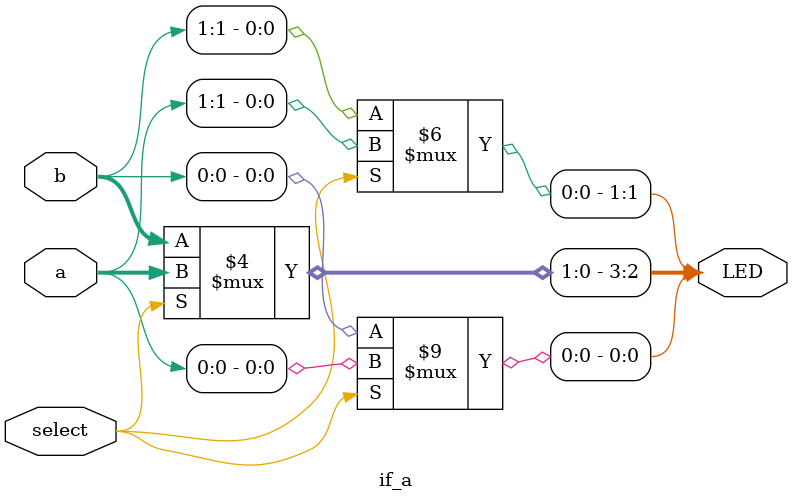
<source format=sv>
`timescale 1ns / 1ps


module if_a(
    input [1:0] a, //right most switches SW[0] SW[1]
    input [1:0] b, //SW[2], SW[3]
    input select, // lst switch on the left
    output reg [3:0] LED // right most LED[0]
    );

    //circuit 1 .. traditional if 
    always_comb if (select) LED[0] = a[0]; else LED[0]=b[0];
    always_comb if (select) LED[1] = a[1]; else LED[1]=b[1];
    
    //circuit 2 .. this does the same thing
	always_comb LED[3:2] = select ? a : b; // if select=1 then a else b
	
endmodule

</source>
